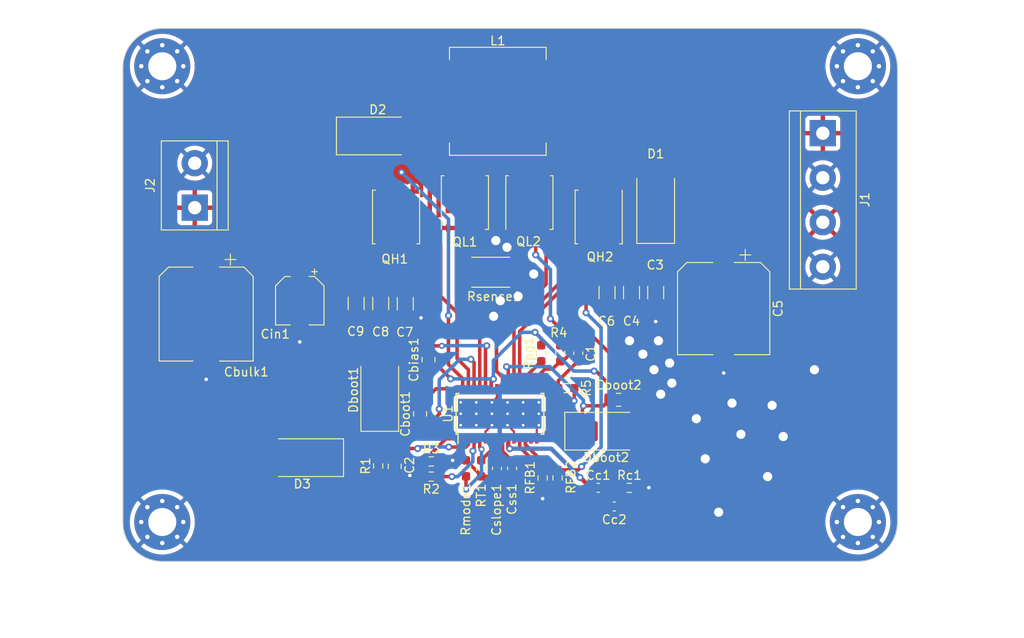
<source format=kicad_pcb>
(kicad_pcb (version 20221018) (generator pcbnew)
  (layers (0 "F.Cu" signal) (31 "B.Cu" signal) (34 "B.Paste" user) (35 "F.Paste" user) (36 "B.SilkS" user "B.Silkscreen") (37 "F.SilkS" user "F.Silkscreen") (38 "B.Mask" user) (39 "F.Mask" user) (44 "Edge.Cuts" user))
  (net 0 "")
  (net 1 "CS")
  (net 2 "CSG")
  (net 3 "ICVin")
  (net 4 "GND")
  (net 5 "Vout")
  (net 6 "Vcc")
  (net 7 "/BIAS")
  (net 8 "/BOOT1")
  (net 9 "SW1")
  (net 10 "/BOOT2")
  (net 11 "SW2")
  (net 12 "Vin")
  (net 13 "/COMP")
  (net 14 "Net-(Cc1-Pad2)")
  (net 15 "/SLOPE")
  (net 16 "/SS")
  (net 17 "/source2_4")
  (net 18 "Net-(D3-K)")
  (net 19 "HDRV1")
  (net 20 "HDRV2")
  (net 21 "LDRV1")
  (net 22 "LDRV2")
  (net 23 "EN")
  (net 24 "FB")
  (net 25 "/MODE")
  (net 26 "/PGOOD")
  (net 27 "/RT{slash}SYNC")
  (footprint "Capacitor_SMD:C_0805_2012Metric_Pad1.18x1.45mm_HandSolder" (layer "F.Cu") (at 135.89 60.6552 90)
    (fp_text reference "Cboot1")
    (fp_text value "100n")
  )
  (footprint "Capacitor_SMD:C_0603_1608Metric_Pad1.08x0.95mm_HandSolder" (layer "F.Cu") (at 156.2 69.1)
    (fp_text reference "Cc1")
    (fp_text value "15n")
  )
  (footprint "MountingHole:MountingHole_3.2mm_M3_Pad_Via" (layer "F.Cu") (at 185.802944 21)
    (fp_text reference "H2" hide)
    (fp_text value "MountingHole_Pad")
  )
  (footprint "Diode_SMD:D_SMB_Handsoldering" (layer "F.Cu") (at 131.2926 57.9374 90)
    (fp_text reference "Dboot1")
    (fp_text value "SS24")
  )
  (footprint "Package_SO:HTSSOP-28-1EP_4.4x9.7mm_P0.65mm_EP3.4x9.5mm_ThermalVias" (layer "F.Cu") (at 144.97 60.65 90)
    (fp_text reference "U1")
    (fp_text value "LM5175PWP")
  )
  (footprint "Diode_SMD:D_SMB_Handsoldering" (layer "F.Cu") (at 157.099 62.6364)
    (fp_text reference "Dboot2")
    (fp_text value "SS24")
  )
  (footprint "Capacitor_SMD:C_1206_3216Metric_Pad1.33x1.80mm_HandSolder" (layer "F.Cu") (at 162.7486 46.8122 -90)
    (fp_text reference "C3")
    (fp_text value "15u")
  )
  (footprint "Resistor_SMD:R_0603_1608Metric_Pad0.98x0.95mm_HandSolder" (layer "F.Cu") (at 131.1148 66.5988 90)
    (fp_text reference "R1")
    (fp_text value "10")
  )
  (footprint "Capacitor_SMD:C_1206_3216Metric_Pad1.33x1.80mm_HandSolder" (layer "F.Cu") (at 134.2 48.1 -90)
    (fp_text reference "C7")
    (fp_text value "15u")
  )
  (footprint "Resistor_SMD:R_0603_1608Metric_Pad0.98x0.95mm_HandSolder" (layer "F.Cu") (at 151.875 53.75 90)
    (fp_text reference "R4")
    (fp_text value "100")
  )
  (footprint "Capacitor_SMD:C_1206_3216Metric_Pad1.33x1.80mm_HandSolder" (layer "F.Cu") (at 128.6 48.0625 -90)
    (fp_text reference "C9")
    (fp_text value "15u")
  )
  (footprint "Resistor_SMD:R_0603_1608Metric_Pad0.98x0.95mm_HandSolder" (layer "F.Cu") (at 159.75 69.1)
    (fp_text reference "Rc1")
    (fp_text value "68k")
  )
  (footprint "Capacitor_SMD:C_1206_3216Metric_Pad1.33x1.80mm_HandSolder" (layer "F.Cu") (at 159.9946 46.8122 -90)
    (fp_text reference "C4")
    (fp_text value "15u")
  )
  (footprint "Resistor_SMD:R_0603_1608Metric_Pad0.98x0.95mm_HandSolder" (layer "F.Cu") (at 137.1581 67.818 180)
    (fp_text reference "R2")
    (fp_text value "249k")
  )
  (footprint "Capacitor_SMD:CP_Elec_10x10.5" (layer "F.Cu") (at 111.506 49.276 -90)
    (fp_text reference "Cbulk1")
    (fp_text value "68u")
  )
  (footprint "Resistor_SMD:R_0603_1608Metric_Pad0.98x0.95mm_HandSolder" (layer "F.Cu") (at 142.85 66.875 -90)
    (fp_text reference "RT1")
    (fp_text value "27.4k")
  )
  (footprint "Resistor_SMD:R_0603_1608Metric_Pad0.98x0.95mm_HandSolder" (layer "F.Cu") (at 151.5618 67.9704 -90)
    (fp_text reference "RFB2")
    (fp_text value "105k")
  )
  (footprint "Diode_SMD:D_SMB_Handsoldering" (layer "F.Cu") (at 131.064 28.956)
    (fp_text reference "D2")
    (fp_text value "SS24")
  )
  (footprint "MountingHole:MountingHole_3.2mm_M3_Pad_Via" (layer "F.Cu") (at 106.5 21)
    (fp_text reference "H1" hide)
    (fp_text value "MountingHole_Pad")
  )
  (footprint "Resistor_SMD:R_0603_1608Metric_Pad0.98x0.95mm_HandSolder" (layer "F.Cu") (at 137.16 66.0908)
    (fp_text reference "R3")
    (fp_text value "59k")
  )
  (footprint "Resistor_SMD:R_2512_6332Metric_Pad1.40x3.35mm_HandSolder" (layer "F.Cu") (at 143.95 44.5)
    (fp_text reference "Rsense1")
    (fp_text value "18m")
  )
  (footprint "Capacitor_SMD:C_1206_3216Metric_Pad1.33x1.80mm_HandSolder" (layer "F.Cu") (at 157.2006 46.8122 -90)
    (fp_text reference "C6")
    (fp_text value "15u")
  )
  (footprint "Capacitor_SMD:C_1206_3216Metric_Pad1.33x1.80mm_HandSolder" (layer "F.Cu") (at 131.4 48.0625 -90)
    (fp_text reference "C8")
    (fp_text value "15u")
  )
  (footprint "Resistor_SMD:R_0603_1608Metric_Pad0.98x0.95mm_HandSolder" (layer "F.Cu") (at 149.7 53.75 90)
    (fp_text reference "Rpg1")
    (fp_text value "10k")
  )
  (footprint "Capacitor_SMD:C_0603_1608Metric_Pad1.08x0.95mm_HandSolder" (layer "F.Cu") (at 153.924 53.7464 -90)
    (fp_text reference "C1")
    (fp_text value "47p")
  )
  (footprint "Package_TO_SOT_SMD:TDSON-8-1" (layer "F.Cu") (at 156.25 38.2 -90)
    (fp_text reference "QH2")
    (fp_text value "CSD18532Q5B")
  )
  (footprint "Diode_SMD:D_SMB_Handsoldering" (layer "F.Cu") (at 122.4534 65.659 180)
    (fp_text reference "D3")
    (fp_text value "SS24")
  )
  (footprint "Resistor_SMD:R_0603_1608Metric_Pad0.98x0.95mm_HandSolder" (layer "F.Cu") (at 149.86 67.9704 -90)
    (fp_text reference "RFB1")
    (fp_text value "7.5k")
  )
  (footprint "Package_TO_SOT_SMD:TDSON-8-1" (layer "F.Cu") (at 148.35 36.55 90)
    (fp_text reference "QL2")
    (fp_text value "CSD18532Q5B")
  )
  (footprint "Resistor_SMD:R_0603_1608Metric_Pad0.98x0.95mm_HandSolder" (layer "F.Cu") (at 141.125 66.875 90)
    (fp_text reference "Rmode1")
    (fp_text value "93.1k")
  )
  (footprint "FootprintLibrary:L_Coilcraft_XAL1010-XXX_handsolder" (layer "F.Cu") (at 144.75 25)
    (fp_text reference "L1")
    (fp_text value "4.7u")
  )
  (footprint "Package_TO_SOT_SMD:TDSON-8-1" (layer "F.Cu") (at 141 36.55 90)
    (fp_text reference "QL1")
    (fp_text value "CSD18532Q5B")
  )
  (footprint "Capacitor_SMD:C_0805_2012Metric_Pad1.18x1.45mm_HandSolder" (layer "F.Cu") (at 158.5214 59.055)
    (fp_text reference "Cboot2")
    (fp_text value "100n")
  )
  (footprint "Capacitor_SMD:CP_Elec_10x12.6" (layer "F.Cu") (at 170.5 48.65 -90)
    (fp_text reference "C5")
    (fp_text value "470u")
  )
  (footprint "Capacitor_SMD:C_0603_1608Metric_Pad1.08x0.95mm_HandSolder" (layer "F.Cu") (at 144.65 66.8875 -90)
    (fp_text reference "Cslope1")
    (fp_text value "100p")
  )
  (footprint "TerminalBlock:TerminalBlock_bornier-2_P5.08mm" (layer "F.Cu") (at 110.2 37.14 90)
    (fp_text reference "J2")
    (fp_text value "Screw_Terminal_01x02")
  )
  (footprint "Capacitor_SMD:C_0805_2012Metric_Pad1.18x1.45mm_HandSolder" (layer "F.Cu") (at 132.9944 66.6496 -90)
    (fp_text reference "C2")
    (fp_text value "100n")
  )
  (footprint "Capacitor_SMD:C_0603_1608Metric_Pad1.08x0.95mm_HandSolder" (layer "F.Cu") (at 158.0375 71.225)
    (fp_text reference "Cc2")
    (fp_text value "62p")
  )
  (footprint "Capacitor_SMD:CP_Elec_5x5.4" (layer "F.Cu") (at 122.174 47.752 -90)
    (fp_text reference "Cin1")
    (fp_text value "10u")
  )
  (footprint "Resistor_SMD:R_0603_1608Metric_Pad0.98x0.95mm_HandSolder" (layer "F.Cu") (at 152.55 57.725)
    (fp_text reference "R5")
    (fp_text value "100")
  )
  (footprint "Diode_SMD:D_SMB_Handsoldering" (layer "F.Cu") (at 162.75 36.5 90)
    (fp_text reference "D1")
    (fp_text value "SS24")
  )
  (footprint "Capacitor_SMD:C_0805_2012Metric_Pad1.18x1.45mm_HandSolder" (layer "F.Cu") (at 136.8552 54.483 90)
    (fp_text reference "Cbias1")
    (fp_text value "1u")
  )
  (footprint "MountingHole:MountingHole_3.2mm_M3_Pad_Via" (layer "F.Cu") (at 106.5 73)
    (fp_text reference "H3" hide)
    (fp_text value "MountingHole_Pad")
  )
  (footprint "TerminalBlock:TerminalBlock_bornier-4_P5.08mm" (layer "F.Cu") (at 181.8 28.64 -90)
    (fp_text reference "J1")
    (fp_text value "Screw_Terminal_01x04")
  )
  (footprint "Package_TO_SOT_SMD:TDSON-8-1" (layer "F.Cu") (at 133.15 38.2 -90)
    (fp_text reference "QH1")
    (fp_text value "CSD18532Q5B")
  )
  (footprint "MountingHole:MountingHole_3.2mm_M3_Pad_Via" (layer "F.Cu") (at 185.802944 73)
    (fp_text reference "H4" hide)
    (fp_text value "MountingHole_Pad")
  )
  (footprint "Capacitor_SMD:C_0603_1608Metric_Pad1.08x0.95mm_HandSolder" (layer "F.Cu") (at 146.375 66.8875 -90)
    (fp_text reference "Css1")
    (fp_text value "120n")
  )
  (gr_arc (start 102 21.181981) (mid 103.318019 18) (end 106.5 16.681981) (stroke (width 0.1)) (layer "Edge.Cuts"))
  (gr_line (start 106.5 77.5) (end 185.818019 77.5) (stroke (width 0.1)) (layer "Edge.Cuts"))
  (gr_line (start 190.318019 73) (end 190.318019 21.181981) (stroke (width 0.1)) (layer "Edge.Cuts"))
  (gr_arc (start 106.5 77.5) (mid 103.318019 76.181981) (end 102 73) (stroke (width 0.1)) (layer "Edge.Cuts"))
  (gr_arc (start 185.818019 16.681981) (mid 189 18) (end 190.318019 21.181981) (stroke (width 0.1)) (layer "Edge.Cuts"))
  (gr_line (start 102 21.181981) (end 102 73) (stroke (width 0.1)) (layer "Edge.Cuts"))
  (gr_arc (start 190.318019 73) (mid 189 76.181981) (end 185.818019 77.5) (stroke (width 0.1)) (layer "Edge.Cuts"))
  (gr_line (start 185.818019 16.681981) (end 106.5 16.681981) (stroke (width 0.1)) (layer "Edge.Cuts"))
  (segment (start 148.545 57.8) (end 148.545 57.134314) (width 0.4) (layer "F.Cu") (net 1))
  (segment (start 151.875 54.6625) (end 152.1454 54.6625) (width 0.4) (layer "F.Cu") (net 1))
  (segment (start 152.1454 54.6625) (end 153.924 52.8839) (width 0.4) (layer "F.Cu") (net 1))
  (segment (start 150.129314 55.55) (end 150.9875 55.55) (width 0.4) (layer "F.Cu") (net 1))
  (segment (start 148.545 57.134314) (end 150.129314 55.55) (width 0.4) (layer "F.Cu") (net 1))
  (segment (start 150.9875 55.55) (end 151.875 54.6625) (width 0.4) (layer "F.Cu") (net 1))
  (segment (start 151.6375 57.725) (end 151.6375 56.8954) (width 0.4) (layer "F.Cu") (net 2))
  (segment (start 151.5625 57.8) (end 151.6375 57.725) (width 0.4) (layer "F.Cu") (net 2))
  (segment (start 151.6375 56.8954) (end 153.924 54.6089) (width 0.4) (layer "F.Cu") (net 2))
  (segment (start 149.195 57.8) (end 151.5625 57.8) (width 0.4) (layer "F.Cu") (net 2))
  (segment (start 132.9202 65.6863) (end 132.9944 65.6121) (width 0.4) (layer "F.Cu") (net 3))
  (segment (start 141.110686 64.45) (end 139.1768 64.45) (width 0.4) (layer "F.Cu") (net 3))
  (segment (start 135.6106 64.6176) (end 133.9889 64.6176) (width 0.4) (layer "F.Cu") (net 3))
  (segment (start 141.395 63.5) (end 141.395 64.165686) (width 0.4) (layer "F.Cu") (net 3))
  (segment (start 139.1768 64.45) (end 139.1666 64.4398) (width 0.4) (layer "F.Cu") (net 3))
  (segment (start 133.9889 64.6176) (end 132.9944 65.6121) (width 0.4) (layer "F.Cu") (net 3))
  (segment (start 131.1148 65.6863) (end 132.9202 65.6863) (width 0.4) (layer "F.Cu") (net 3))
  (segment (start 141.395 64.165686) (end 141.110686 64.45) (width 0.4) (layer "F.Cu") (net 3))
  (via (at 139.1666 64.4398) (size 0.8) (drill 0.4) (layers "F.Cu" "B.Cu") (net 3))
  (via (at 135.6106 64.6176) (size 0.8) (drill 0.4) (layers "F.Cu" "B.Cu") (net 3))
  (segment (start 135.7884 64.4398) (end 135.6106 64.6176) (width 0.4) (layer "B.Cu") (net 3))
  (segment (start 139.1666 64.4398) (end 135.7884 64.4398) (width 0.4) (layer "B.Cu") (net 3))
  (segment (start 134.2 49.6625) (end 135.9625 49.6625) (width 1) (layer "F.Cu") (net 4))
  (segment (start 132.9944 67.6871) (end 134.7177 67.6871) (width 0.5) (layer "F.Cu") (net 4))
  (segment (start 162.7486 48.3747) (end 162.7486 50.1247) (width 0.5) (layer "F.Cu") (net 4))
  (segment (start 149.195 63.5) (end 148.545 63.5) (width 0.25) (layer "F.Cu") (net 4))
  (segment (start 111.506 53.476) (end 111.506 56.726) (width 1) (layer "F.Cu") (net 4))
  (segment (start 146.595 62.685) (end 145.86 61.95) (width 0.25) (layer "F.Cu") (net 4))
  (segment (start 135.9625 49.6625) (end 136 49.7) (width 1) (layer "F.Cu") (net 4))
  (segment (start 134.7177 67.6871) (end 134.7216 67.691) (width 0.5) (layer "F.Cu") (net 4))
  (segment (start 146.595 63.5) (end 146.595 62.685) (width 0.25) (layer "F.Cu") (net 4))
  (segment (start 160.6625 69.1) (end 161.9638 69.1) (width 0.4) (layer "F.Cu") (net 4))
  (segment (start 142.85 67.7875) (end 144.6125 67.7875) (width 0.4) (layer "F.Cu") (net 4))
  (segment (start 149.86 68.8829) (end 149.86 70.3326) (width 0.4) (layer "F.Cu") (net 4))
  (segment (start 134.2 49.6625) (end 128.6375 49.6625) (width 1) (layer "F.Cu") (net 4))
  (segment (start 142.85 67.6875) (end 141.125 65.9625) (width 0.4) (layer "F.Cu") (net 4))
  (segment (start 170.5 53) (end 170.5 56) (width 0.5) (layer "F.Cu") (net 4))
  (segment (start 148.64 44.5) (end 148.844 44.704) (width 1.27) (layer "F.Cu") (net 4))
  (segment (start 138.0725 66.0908) (end 139.4714 66.0908) (width 0.4) (layer "F.Cu") (net 4))
  (segment (start 143.345 63.5) (end 143.345 62.685) (width 0.25) (layer "F.Cu") (net 4))
  (segment (start 144.6125 67.7875) (end 144.65 67.75) (width 0.4) (layer "F.Cu") (net 4))
  (segment (start 139.5997 65.9625) (end 139.5984 65.9638) (width 0.4) (layer "F.Cu") (net 4))
  (segment (start 147 44.5) (end 148.64 44.5) (width 1.27) (layer "F.Cu") (net 4))
  (segment (start 153.4625 57.725) (end 153.4625 59.1625) (width 0.4) (layer "F.Cu") (net 4))
  (segment (start 153.4625 59.1625) (end 153.45 59.175) (width 0.4) (layer "F.Cu") (net 4))
  (segment (start 142.85 67.7875) (end 142.85 67.6875) (width 0.4) (layer "F.Cu") (net 4))
  (segment (start 149.195 63.5) (end 149.195 62.175) (width 0.25) (layer "F.Cu") (net 4))
  (segment (start 157.2006 48.3747) (end 162.7486 48.3747) (width 1.5) (layer "F.Cu") (net 4))
  (segment (start 144.65 67.75) (end 146.375 67.75) (width 0.4) (layer "F.Cu") (net 4))
  (segment (start 139.4714 66.0908) (end 139.5984 65.9638) (width 0.4) (layer "F.Cu") (net 4))
  (segment (start 161.9638 69.1) (end 161.9758 69.088) (width 0.4) (layer "F.Cu") (net 4))
  (segment (start 158.9 70.8625) (end 160.6625 69.1) (width 0.4) (layer "F.Cu") (net 4))
  (segment (start 149.195 62.175) (end 149.42 61.95) (width 0.25) (layer "F.Cu") (net 4))
  (segment (start 144.645 57.8) (end 144.645 58.785) (width 0.25) (layer "F.Cu") (net 4))
  (segment (start 143.345 62.685) (end 144.08 61.95) (width 0.25) (layer "F.Cu") (net 4))
  (segment (start 128.6375 49.6625) (end 128.6 49.625) (width 1) (layer "F.Cu") (net 4))
  (segment (start 144.645 58.785) (end 144.08 59.35) (width 0.25) (layer "F.Cu") (net 4))
  (segment (start 158.9 71.225) (end 158.9 70.8625) (width 0.4) (layer "F.Cu") (net 4))
  (segment (start 122.174 49.952) (end 122.174 52.452) (width 1) (layer "F.Cu") (net 4))
  (segment (start 141.125 65.9625) (end 139.5997 65.9625) (width 0.4) (layer "F.Cu") (net 4))
  (via (at 180.848 55.626) (size 1.3) (drill 1.05) (layers "F.Cu" "B.Cu") (net 4))
  (via (at 167.386 61.214) (size 1.3) (drill 1.05) (layers "F.Cu" "B.Cu") (net 4))
  (via (at 169.926 71.882) (size 1.3) (drill 1.05) (layers "F.Cu" "B.Cu") (net 4))
  (via (at 176.022 59.69) (size 1.3) (drill 1.05) (layers "F.Cu" "B.Cu") (net 4))
  (via (at 161.9758 69.088) (size 0.8) (drill 0.4) (layers "F.Cu" "B.Cu") (net 4))
  (via (at 147.066 47.244) (size 1.3) (drill 1.05) (layers "F.Cu" "B.Cu") (net 4))
  (via (at 161.29 53.848) (size 1.3) (drill 1.05) (layers "F.Cu" "B.Cu") (net 4))
  (via (at 122.174 52.452) (size 0.8) (drill 0.4) (layers "F.Cu" "B.Cu") (net 4))
  (via (at 136 49.7) (size 0.8) (drill 0.4) (layers "F.Cu" "B.Cu") (net 4))
  (via (at 162.7486 50.1247) (size 0.8) (drill 0.4) (layers "F.Cu" "B.Cu") (net 4))
  (via (at 172.466 62.992) (size 1.3) (drill 1.05) (layers "F.Cu" "B.Cu") (net 4))
  (via (at 153.45 59.175) (size 0.8) (drill 0.4) (layers "F.Cu" "B.Cu") (net 4))
  (via (at 149.86 70.3326) (size 0.8) (drill 0.4) (layers "F.Cu" "B.Cu") (net 4))
  (via (at 175.514 67.818) (size 1.3) (drill 1.05) (layers "F.Cu" "B.Cu") (net 4))
  (via (at 163.322 58.42) (size 1.3) (drill 1.05) (layers "F.Cu" "B.Cu") (net 4))
  (via (at 148.844 44.704) (size 1.3) (drill 1.05) (layers "F.Cu" "B.Cu") (net 4))
  (via (at 134.7216 67.691) (size 0.8) (drill 0.4) (layers "F.Cu" "B.Cu") (net 4))
  (via (at 168.402 65.786) (size 1.3) (drill 1.05) (layers "F.Cu" "B.Cu") (net 4))
  (via (at 144.272 49.53) (size 1.3) (drill 1.05) (layers "F.Cu" "B.Cu") (net 4))
  (via (at 144.526 40.894) (size 1.3) (drill 1.05) (layers "F.Cu" "B.Cu") (net 4))
  (via (at 145.034 47.752) (size 1.3) (drill 1.05) (layers "F.Cu" "B.Cu") (net 4))
  (via (at 164.592 57.15) (size 1.3) (drill 1.05) (layers "F.Cu" "B.Cu") (net 4))
  (via (at 145.796 41.656) (size 1.3) (drill 1.05) (layers "F.Cu" "B.Cu") (net 4))
  (via (at 111.506 56.726) (size 0.8) (drill 0.4) (layers "F.Cu" "B.Cu") (net 4))
  (via (at 171.45 59.436) (size 1.3) (drill 1.05) (layers "F.Cu" "B.Cu") (net 4))
  (via (at 159.766 52.324) (size 1.3) (drill 1.05) (layers "F.Cu" "B.Cu") (net 4))
  (via (at 139.5984 65.9638) (size 0.8) (drill 0.4) (layers "F.Cu" "B.Cu") (net 4))
  (via (at 177.292 63.246) (size 1.3) (drill 1.05) (layers "F.Cu" "B.Cu") (net 4))
  (via (at 170.5 56) (size 0.8) (drill 0.4) (layers "F.Cu" "B.Cu") (net 4))
  (via (at 164.338 54.864) (size 1.3) (drill 1.05) (layers "F.Cu" "B.Cu") (net 4))
  (via (at 162.56 55.626) (size 1.3) (drill 1.05) (layers "F.Cu" "B.Cu") (net 4))
  (via (at 163.068 52.324) (size 1.3) (drill 1.05) (layers "F.Cu" "B.Cu") (net 4))
  (segment (start 147.895 64.165686) (end 147.895 63.5) (width 0.4) (layer "F.Cu") (net 5))
  (segment (start 149.489914 65.7606) (end 147.895 64.165686) (width 0.4) (layer "F.Cu") (net 5))
  (segment (start 154.813 47.6373) (end 157.2006 45.2497) (width 0.4) (layer "F.Cu") (net 5))
  (segment (start 153.9221 67.0579) (end 154.305 66.675) (width 0.4) (layer "F.Cu") (net 5))
  (segment (start 157.2006 45.2497) (end 162.7486 45.2497) (width 1.5) (layer "F.Cu") (net 5))
  (segment (start 150.2645 65.7606) (end 149.489914 65.7606) (width 0.4) (layer "F.Cu") (net 5))
  (segment (start 154.813 49.1236) (end 154.813 47.6373) (width 0.4) (layer "F.Cu") (net 5))
  (segment (start 151.5618 67.0579) (end 150.2645 65.7606) (width 0.4) (layer "F.Cu") (net 5))
  (segment (start 151.5618 67.0579) (end 153.9221 67.0579) (width 0.4) (layer "F.Cu") (net 5))
  (via (at 154.305 66.675) (size 0.8) (drill 0.4) (layers "F.Cu" "B.Cu") (net 5))
  (via (at 154.813 49.1236) (size 0.8) (drill 0.4) (layers "F.Cu" "B.Cu") (net 5))
  (segment (start 156.5274 64.4526) (end 156.5274 50.838) (width 0.4) (layer "B.Cu") (net 5))
  (segment (start 154.305 66.675) (end 156.5274 64.4526) (width 0.4) (layer "B.Cu") (net 5))
  (segment (start 156.5274 50.838) (end 154.813 49.1236) (width 0.4) (layer "B.Cu") (net 5))
  (segment (start 136.8552 55.5205) (end 138.2483 55.5205) (width 0.4) (layer "F.Cu") (net 6))
  (segment (start 158.4714 58.31076) (end 155.93904 55.7784) (width 0.4) (layer "F.Cu") (net 6))
  (segment (start 138.2483 55.5205) (end 139.3698 56.642) (width 0.4) (layer "F.Cu") (net 6))
  (segment (start 139.3698 56.642) (end 139.3698 56.6674) (width 0.4) (layer "F.Cu") (net 6))
  (segment (start 149.7 52.0624) (end 148.9964 51.3588) (width 0.4) (layer "F.Cu") (net 6))
  (segment (start 155.93904 55.7784) (end 155.7274 55.7784) (width 0.4) (layer "F.Cu") (net 6))
  (segment (start 143.995 57.8) (end 143.995 56.939499) (width 0.4) (layer "F.Cu") (net 6))
  (segment (start 131.2926 55.2374) (end 136.5721 55.2374) (width 0.4) (layer "F.Cu") (net 6))
  (segment (start 149.7 52.8375) (end 149.7 52.0624) (width 0.4) (layer "F.Cu") (net 6))
  (segment (start 143.995 56.939499) (end 144.252126 56.682373) (width 0.4) (layer "F.Cu") (net 6))
  (segment (start 131.4995 55.4443) (end 131.2926 55.2374) (width 0.4) (layer "F.Cu") (net 6))
  (segment (start 136.5721 55.2374) (end 136.8552 55.5205) (width 0.4) (layer "F.Cu") (net 6))
  (segment (start 159.799 62.6364) (end 158.4714 61.3088) (width 0.4) (layer "F.Cu") (net 6))
  (segment (start 158.4714 61.3088) (end 158.4714 58.31076) (width 0.4) (layer "F.Cu") (net 6))
  (via (at 155.7274 55.7784) (size 0.8) (drill 0.4) (layers "F.Cu" "B.Cu") (net 6))
  (via (at 139.3698 56.6674) (size 0.8) (drill 0.4) (layers "F.Cu" "B.Cu") (net 6))
  (via (at 144.252126 56.682373) (size 0.8) (drill 0.4) (layers "F.Cu" "B.Cu") (net 6))
  (via (at 148.9964 51.3588) (size 0.8) (drill 0.4) (layers "F.Cu" "B.Cu") (net 6))
  (segment (start 140.843 56.6674) (end 140.857973 56.682373) (width 0.4) (layer "B.Cu") (net 6))
  (segment (start 148.9964 51.3588) (end 153.416 55.7784) (width 0.4) (layer "B.Cu") (net 6))
  (segment (start 144.252126 56.682373) (end 144.252126 54.579074) (width 0.4) (layer "B.Cu") (net 6))
  (segment (start 144.252126 56.682373) (end 140.857973 56.682373) (width 0.4) (layer "B.Cu") (net 6))
  (segment (start 144.252126 54.579074) (end 147.4724 51.3588) (width 0.4) (layer "B.Cu") (net 6))
  (segment (start 153.416 55.7784) (end 155.7274 55.7784) (width 0.4) (layer "B.Cu") (net 6))
  (segment (start 147.4724 51.3588) (end 148.9964 51.3588) (width 0.4) (layer "B.Cu") (net 6))
  (segment (start 139.3698 56.6674) (end 140.843 56.6674) (width 0.4) (layer "B.Cu") (net 6))
  (segment (start 143.345 53.0323) (end 143.4945 52.8828) (width 0.4) (layer "F.Cu") (net 7))
  (segment (start 138.3755 52.9) (end 137.4007 52.9) (width 0.4) (layer "F.Cu") (net 7))
  (segment (start 143.345 57.8) (end 143.345 53.0323) (width 0.4) (layer "F.Cu") (net 7))
  (segment (start 137.4007 52.9) (end 136.8552 53.4455) (width 0.4) (layer "F.Cu") (net 7))
  (via (at 138.3755 52.9) (size 0.7) (drill 0.35) (layers "F.Cu" "B.Cu") (net 7))
  (via (at 143.4945 52.8828) (size 0.8) (drill 0.4) (layers "F.Cu" "B.Cu") (net 7))
  (segment (start 138.3927 52.8828) (end 138.3755 52.9) (width 0.4) (layer "B.Cu") (net 7))
  (segment (start 140.0556 52.8828) (end 138.3927 52.8828) (width 0.4) (layer "B.Cu") (net 7))
  (segment (start 143.4945 52.8828) (end 140.0556 52.8828) (width 0.4) (layer "B.Cu") (net 7))
  (segment (start 138.0998 60.6552) (end 137.0623 61.6927) (width 0.4) (layer "F.Cu") (net 8))
  (segment (start 142.045 54.796) (end 141.6812 54.4322) (width 0.4) (layer "F.Cu") (net 8))
  (segment (start 138.0744 60.6298) (end 138.0998 60.6552) (width 0.4) (layer "F.Cu") (net 8))
  (segment (start 132.3479 61.6927) (end 135.89 61.6927) (width 1) (layer "F.Cu") (net 8))
  (segment (start 137.0623 61.6927) (end 135.89 61.6927) (width 0.4) (layer "F.Cu") (net 8))
  (segment (start 142.045 57.8) (end 142.045 54.796) (width 0.4) (layer "F.Cu") (net 8))
  (segment (start 131.2926 60.6374) (end 132.3479 61.6927) (width 1) (layer "F.Cu") (net 8))
  (segment (start 138.0744 60.0964) (end 138.0744 60.6298) (width 0.4) (layer "F.Cu") (net 8))
  (via (at 138.0744 60.0964) (size 0.8) (drill 0.4) (layers "F.Cu" "B.Cu") (net 8))
  (via (at 141.6812 54.4322) (size 0.8) (drill 0.4) (layers "F.Cu" "B.Cu") (net 8))
  (segment (start 140.4112 54.4322) (end 138.0744 56.769) (width 0.4) (layer "B.Cu") (net 8))
  (segment (start 138.0744 56.769) (end 138.0744 60.0964) (width 0.4) (layer "B.Cu") (net 8))
  (segment (start 141.6812 54.4322) (end 140.4112 54.4322) (width 0.4) (layer "B.Cu") (net 8))
  (segment (start 140.745 56.6456) (end 140.745 57.8) (width 0.4) (layer "F.Cu") (net 9))
  (segment (start 139.125 49.45) (end 139.125 55.0256) (width 0.4) (layer "F.Cu") (net 9))
  (segment (start 140.745 57.8) (end 137.7077 57.8) (width 0.4) (layer "F.Cu") (net 9))
  (segment (start 137.7077 57.8) (end 135.89 59.6177) (width 0.4) (layer "F.Cu") (net 9))
  (segment (start 139.125 55.0256) (end 140.745 56.6456) (width 0.4) (layer "F.Cu") (net 9))
  (via (at 133.775 33.1) (size 0.8) (drill 0.4) (layers "F.Cu" "B.Cu") (net 9))
  (via (at 139.125 49.45) (size 0.8) (drill 0.4) (layers "F.Cu" "B.Cu") (net 9))
  (segment (start 139.125 38.45) (end 133.775 33.1) (width 0.4) (layer "B.Cu") (net 9))
  (segment (start 139.125 49.45) (end 139.125 38.45) (width 0.4) (layer "B.Cu") (net 9))
  (segment (start 154.399 62.6364) (end 154.399 59.85) (width 0.4) (layer "F.Cu") (net 10))
  (segment (start 156.7981 59.7408) (end 157.4839 59.055) (width 0.4) (layer "F.Cu") (net 10))
  (segment (start 154.399 59.85) (end 154.5082 59.7408) (width 0.4) (layer "F.Cu") (net 10))
  (segment (start 145.945 57.8) (end 145.945 55.47) (width 0.4) (layer "F.Cu") (net 10))
  (segment (start 145.945 55.47) (end 145.75 55.275) (width 0.4) (layer "F.Cu") (net 10))
  (segment (start 154.5082 59.7408) (end 156.7981 59.7408) (width 0.4) (layer "F.Cu") (net 10))
  (via (at 145.75 55.275) (size 0.8) (drill 0.4) (layers "F.Cu" "B.Cu") (net 10))
  (via (at 154.5082 59.7408) (size 0.8) (drill 0.4) (layers "F.Cu" "B.Cu") (net 10))
  (segment (start 154.5082 59.101829) (end 154.5082 59.7408) (width 0.4) (layer "B.Cu") (net 10))
  (segment (start 145.75 55.275) (end 150.681371 55.275) (width 0.4) (layer "B.Cu") (net 10))
  (segment (start 150.681371 55.275) (end 154.5082 59.101829) (width 0.4) (layer "B.Cu") (net 10))
  (segment (start 153.879314 36.575) (end 152.725 37.729314) (width 0.4) (layer "F.Cu") (net 11))
  (segment (start 152.725 50.0582) (end 153.6954 51.0286) (width 0.4) (layer "F.Cu") (net 11))
  (segment (start 147.245 51.255) (end 147.245 57.8) (width 0.4) (layer "F.Cu") (net 11))
  (segment (start 152.725 45.775) (end 147.245 51.255) (width 0.4) (layer "F.Cu") (net 11))
  (segment (start 155.615 35.3) (end 154.34 36.575) (width 0.4) (layer "F.Cu") (net 11))
  (segment (start 159.5589 55.7999) (end 159.5589 59.055) (width 0.4) (layer "F.Cu") (net 11))
  (segment (start 152.725 45.775) (end 152.725 50.0582) (width 0.4) (layer "F.Cu") (net 11))
  (segment (start 154.34 36.575) (end 153.879314 36.575) (width 0.4) (layer "F.Cu") (net 11))
  (segment (start 147.245 57.8) (end 147.245 57.134314) (width 0.4) (layer "F.Cu") (net 11))
  (segment (start 152.725 37.729314) (end 152.725 45.775) (width 0.4) (layer "F.Cu") (net 11))
  (segment (start 154.7876 51.0286) (end 159.5589 55.7999) (width 0.4) (layer "F.Cu") (net 11))
  (segment (start 153.6954 51.0286) (end 154.7876 51.0286) (width 0.4) (layer "F.Cu") (net 11))
  (segment (start 128.6 46.5) (end 134.1625 46.5) (width 1) (layer "F.Cu") (net 12))
  (segment (start 119.7534 65.659) (end 117.475 63.3806) (width 2) (layer "F.Cu") (net 12))
  (segment (start 138.0706 67.818) (end 137.1956 68.693) (width 0.4) (layer "F.Cu") (net 12))
  (segment (start 117.475 63.3806) (end 117.475 51.045) (width 2) (layer "F.Cu") (net 12))
  (segment (start 137.1956 68.693) (end 122.7874 68.693) (width 0.4) (layer "F.Cu") (net 12))
  (segment (start 117.475 51.045) (end 111.506 45.076) (width 2) (layer "F.Cu") (net 12))
  (segment (start 122.7874 68.693) (end 119.7534 65.659) (width 0.4) (layer "F.Cu") (net 12))
  (segment (start 142.045 64.7618) (end 141.9098 64.897) (width 0.4) (layer "F.Cu") (net 12))
  (segment (start 139.5222 67.818) (end 138.0706 67.818) (width 0.4) (layer "F.Cu") (net 12))
  (segment (start 142.045 63.5) (end 142.045 64.7618) (width 0.4) (layer "F.Cu") (net 12))
  (segment (start 134.1625 46.5) (end 134.2 46.5375) (width 1) (layer "F.Cu") (net 12))
  (via (at 141.9098 64.897) (size 0.8) (drill 0.4) (layers "F.Cu" "B.Cu") (net 12))
  (via (at 139.5222 67.818) (size 0.8) (drill 0.4) (layers "F.Cu" "B.Cu") (net 12))
  (segment (start 140.1826 67.818) (end 139.5222 67.818) (width 0.4) (layer "B.Cu") (net 12))
  (segment (start 141.9098 66.0908) (end 140.1826 67.818) (width 0.4) (layer "B.Cu") (net 12))
  (segment (start 141.9098 64.897) (end 141.9098 66.0908) (width 0.4) (layer "B.Cu") (net 12))
  (segment (start 154.1571 67.9196) (end 155.3375 69.1) (width 0.5) (layer "F.Cu") (net 13))
  (segment (start 145.945 63.5) (end 145.945 64.464336) (width 0.5) (layer "F.Cu") (net 13))
  (segment (start 145.945 64.464336) (end 146.112232 64.631568) (width 0.5) (layer "F.Cu") (net 13))
  (segment (start 157.175 70.9375) (end 155.3375 69.1) (width 0.4) (layer "F.Cu") (net 13))
  (segment (start 157.175 71.225) (end 157.175 70.9375) (width 0.4) (layer "F.Cu") (net 13))
  (segment (start 154.1272 67.9196) (end 154.1571 67.9196) (width 0.5) (layer "F.Cu") (net 13))
  (via (at 146.112232 64.631568) (size 0.8) (drill 0.4) (layers "F.Cu" "B.Cu") (net 13))
  (via (at 154.1272 67.9196) (size 0.8) (drill 0.4) (layers "F.Cu" "B.Cu") (net 13))
  (segment (start 150.839168 64.631568) (end 154.1272 67.9196) (width 0.5) (layer "B.Cu") (net 13))
  (segment (start 146.112232 64.631568) (end 150.839168 64.631568) (width 0.5) (layer "B.Cu") (net 13))
  (segment (start 157.0625 69.1) (end 158.8375 69.1) (width 0.4) (layer "F.Cu") (net 14))
  (segment (start 144.645 66.02) (end 144.65 66.025) (width 0.4) (layer "F.Cu") (net 15))
  (segment (start 144.645 63.5) (end 144.645 66.02) (width 0.4) (layer "F.Cu") (net 15))
  (segment (start 145.295 64.945) (end 146.375 66.025) (width 0.4) (layer "F.Cu") (net 16))
  (segment (start 145.295 63.5) (end 145.295 64.945) (width 0.4) (layer "F.Cu") (net 16))
  (segment (start 145.57 38.575) (end 146.445 39.45) (width 0.5) (layer "F.Cu") (net 17))
  (segment (start 149.0726 39.5376) (end 148.985 39.45) (width 0.4) (layer "F.Cu") (net 17))
  (segment (start 139.095 39.45) (end 137.2 39.45) (width 0.5) (layer "F.Cu") (net 17))
  (segment (start 151.875 50.9354) (end 150.749 49.8094) (width 0.4) (layer "F.Cu") (net 17))
  (segment (start 151.875 52.8375) (end 151.875 50.9354) (width 0.4) (layer "F.Cu") (net 17))
  (segment (start 142.085 38.575) (end 145.57 38.575) (width 0.5) (layer "F.Cu") (net 17))
  (segment (start 140.9 39.985) (end 140.365 39.45) (width 0.75) (layer "F.Cu") (net 17))
  (segment (start 146.445 39.45) (end 148.985 39.45) (width 0.75) (layer "F.Cu") (net 17))
  (segment (start 149.0726 42.5196) (end 149.0726 39.5376) (width 0.4) (layer "F.Cu") (net 17))
  (segment (start 140.9 44.5) (end 140.9 39.985) (width 0.75) (layer "F.Cu") (net 17))
  (segment (start 141.635 39.025) (end 142.085 38.575) (width 0.5) (layer "F.Cu") (net 17))
  (segment (start 139.095 39.45) (end 141.635 39.45) (width 0.5) (layer "F.Cu") (net 17))
  (segment (start 141.635 39.45) (end 141.635 39.025) (width 0.5) (layer "F.Cu") (net 17))
  (segment (start 137.2 39.45) (end 137 39.25) (width 0.5) (layer "F.Cu") (net 17))
  (segment (start 137 32.192) (end 133.764 28.956) (width 0.5) (layer "F.Cu") (net 17))
  (segment (start 137 39.25) (end 137 32.192) (width 0.5) (layer "F.Cu") (net 17))
  (via (at 150.749 49.8094) (size 0.8) (drill 0.4) (layers "F.Cu" "B.Cu") (net 17))
  (via (at 149.0726 42.5196) (size 0.8) (drill 0.4) (layers "F.Cu" "B.Cu") (net 17))
  (segment (start 150.749 49.8094) (end 150.749 44.196) (width 0.4) (layer "B.Cu") (net 17))
  (segment (start 150.749 44.196) (end 149.0726 42.5196) (width 0.4) (layer "B.Cu") (net 17))
  (segment (start 131.1148 67.5113) (end 127.0057 67.5113) (width 0.5) (layer "F.Cu") (net 18))
  (segment (start 127.0057 67.5113) (end 125.1534 65.659) (width 0.5) (layer "F.Cu") (net 18))
  (segment (start 135.520686 36.575) (end 136.35 37.404314) (width 0.4) (layer "F.Cu") (net 19))
  (segment (start 140.1064 49.1064) (end 138.25 47.25) (width 0.4) (layer "F.Cu") (net 19))
  (segment (start 141.395 55.6192) (end 140.1064 54.3306) (width 0.4) (layer "F.Cu") (net 19))
  (segment (start 131.245 35.3) (end 132.52 36.575) (width 0.4) (layer "F.Cu") (net 19))
  (segment (start 140.1064 54.3306) (end 140.1064 49.1064) (width 0.4) (layer "F.Cu") (net 19))
  (segment (start 141.395 57.8) (end 141.395 55.6192) (width 0.4) (layer "F.Cu") (net 19))
  (segment (start 138.25 41.5) (end 138.25 47.25) (width 0.4) (layer "F.Cu") (net 19))
  (segment (start 132.52 36.575) (end 135.520686 36.575) (width 0.4) (layer "F.Cu") (net 19))
  (segment (start 136.35 37.404314) (end 136.35 39.6) (width 0.4) (layer "F.Cu") (net 19))
  (segment (start 136.35 39.6) (end 138.25 41.5) (width 0.4) (layer "F.Cu") (net 19))
  (segment (start 154.095 35.3) (end 154.345 35.3) (width 0.4) (layer "F.Cu") (net 20))
  (segment (start 146.595 57.8) (end 146.595 50.93) (width 0.4) (layer "F.Cu") (net 20))
  (segment (start 152.125 37.27) (end 154.095 35.3) (width 0.4) (layer "F.Cu") (net 20))
  (segment (start 152.125 45.4) (end 152.125 37.27) (width 0.4) (layer "F.Cu") (net 20))
  (segment (start 146.595 50.93) (end 152.125 45.4) (width 0.4) (layer "F.Cu") (net 20))
  (segment (start 142.905 46.33924) (end 142.905 39.45) (width 0.4) (layer "F.Cu") (net 21))
  (segment (start 142.695 57.8) (end 142.695 46.54924) (width 0.4) (layer "F.Cu") (net 21))
  (segment (start 142.695 46.54924) (end 142.905 46.33924) (width 0.4) (layer "F.Cu") (net 21))
  (segment (start 145.295 57.8) (end 145.295 56.505) (width 0.4) (layer "F.Cu") (net 22))
  (segment (start 150.255 45.87) (end 150.255 39.45) (width 0.4) (layer "F.Cu") (net 22))
  (segment (start 144.6 55.8) (end 144.6 51.525) (width 0.4) (layer "F.Cu") (net 22))
  (segment (start 145.3 56.5) (end 144.6 55.8) (width 0.4) (layer "F.Cu") (net 22))
  (segment (start 144.6 51.525) (end 150.255 45.87) (width 0.4) (layer "F.Cu") (net 22))
  (segment (start 145.295 56.505) (end 145.3 56.5) (width 0.4) (layer "F.Cu") (net 22))
  (segment (start 136.2456 67.818) (end 136.2456 66.0927) (width 0.4) (layer "F.Cu") (net 23))
  (segment (start 138.8383 63.5) (end 136.2475 66.0908) (width 0.4) (layer "F.Cu") (net 23))
  (segment (start 140.745 63.5) (end 138.8383 63.5) (width 0.4) (layer "F.Cu") (net 23))
  (segment (start 136.2456 66.0927) (end 136.2475 66.0908) (width 0.4) (layer "F.Cu") (net 23))
  (segment (start 149.86 67.1811) (end 151.5618 68.8829) (width 0.4) (layer "F.Cu") (net 24))
  (segment (start 149.86 67.0579) (end 149.86 67.1811) (width 0.4) (layer "F.Cu") (net 24))
  (segment (start 147.245 63.5) (end 147.245 64.4429) (width 0.4) (layer "F.Cu") (net 24))
  (segment (start 147.245 64.4429) (end 149.86 67.0579) (width 0.4) (layer "F.Cu") (net 24))
  (segment (start 142.695 64.495) (end 142.9 64.7) (width 0.4) (layer "F.Cu") (net 25))
  (segment (start 141.125 69.2176) (end 141.1478 69.2404) (width 0.4) (layer "F.Cu") (net 25))
  (segment (start 141.125 67.7875) (end 141.125 69.2176) (width 0.4) (layer "F.Cu") (net 25))
  (segment (start 142.695 63.5) (end 142.695 64.293594) (width 0.4) (layer "F.Cu") (net 25))
  (segment (start 142.695 64.293594) (end 142.695 64.495) (width 0.4) (layer "F.Cu") (net 25))
  (via (at 141.1478 69.2404) (size 0.8) (drill 0.4) (layers "F.Cu" "B.Cu") (net 25))
  (via (at 142.9 64.7) (size 0.7) (drill 0.35) (layers "F.Cu" "B.Cu") (net 25))
  (segment (start 142.9 64.7) (end 142.9 67.4882) (width 0.4) (layer "B.Cu") (net 25))
  (segment (start 142.9 67.4882) (end 142.8691 67.5191) (width 0.4) (layer "B.Cu") (net 25))
  (segment (start 141.1478 69.2404) (end 142.8691 67.5191) (width 0.4) (layer "B.Cu") (net 25))
  (segment (start 147.895 57.8) (end 147.895 56.4675) (width 0.4) (layer "F.Cu") (net 26))
  (segment (start 147.895 56.4675) (end 149.7 54.6625) (width 0.4) (layer "F.Cu") (net 26))
  (segment (start 143.995 64.8175) (end 142.85 65.9625) (width 0.4) (layer "F.Cu") (net 27))
  (segment (start 143.995 63.5) (end 143.995 64.8175) (width 0.4) (layer "F.Cu") (net 27))
  (zone (net 5) (net_name "Vout") (layer "F.Cu") (priority 4) (connect_pads (clearance 0.5)) (min_thickness 0.25) (fill yes (thermal_gap 0.5) (thermal_bridge_width 0.5))
    (polygon (pts (xy 153.2382 36.6268) (xy 165.7906 36.5768) (xy 165.7906 13.4426) (xy 191.5376 13.4672) (xy 191.5376 47.117) (xy 153.2382 47.1678)))
  )
  (zone (net 9) (net_name "SW1") (layer "F.Cu") (priority 2) (connect_pads (clearance 0.5)) (min_thickness 0.25) (fill yes (thermal_gap 0.5) (thermal_bridge_width 0.5))
    (polygon (pts (xy 144.25 38.25) (xy 137.5 38.25) (xy 137.5 35.95) (xy 125.468 35.95) (xy 125.468 13.5) (xy 144.25 13.5)))
  )
  (zone (net 12) (net_name "Vin") (layer "F.Cu") (priority 3) (connect_pads (clearance 0.5)) (min_thickness 0.25) (fill yes (thermal_gap 0.5) (thermal_bridge_width 0.5))
    (polygon (pts (xy 98.35 49.1) (xy 136.6266 49.1236) (xy 136.6266 36.703) (xy 124.4 36.7) (xy 124.4 13.6) (xy 98.378 13.65)))
  )
  (zone (net 11) (net_name "SW2") (layer "F.Cu") (connect_pads (clearance 0.5)) (min_thickness 0.25) (fill yes (thermal_gap 0.5) (thermal_bridge_width 0.5))
    (polygon (pts (xy 145.05 38.25) (xy 152.5 38.25) (xy 152.5 35.95) (xy 164.65 35.95) (xy 164.65 13.5) (xy 145.05 13.5)))
  )
  (zone (net 4) (net_name "GND") (layer "B.Cu") (priority 1) (connect_pads (clearance 0.5)) (min_thickness 0.25) (fill yes (thermal_gap 0.5) (thermal_bridge_width 0.5))
    (polygon (pts (xy 88.25 13.5) (xy 204.75 13.5) (xy 204.75 86.25) (xy 88 85.75)))
  )
)
</source>
